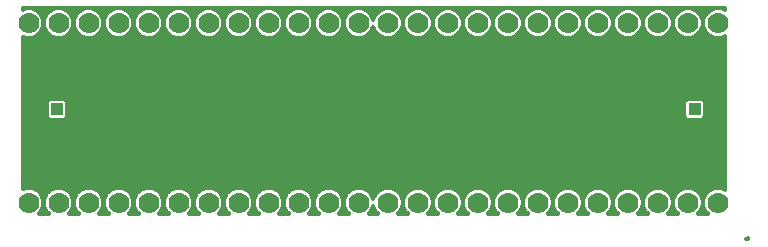
<source format=gbl>
G75*
%MOIN*%
%OFA0B0*%
%FSLAX24Y24*%
%IPPOS*%
%LPD*%
%AMOC8*
5,1,8,0,0,1.08239X$1,22.5*
%
%ADD10C,0.0700*%
%ADD11C,0.0120*%
%ADD12R,0.0396X0.0396*%
D10*
X000999Y001380D03*
X001999Y001380D03*
X002999Y001380D03*
X003999Y001380D03*
X004999Y001380D03*
X005999Y001380D03*
X006999Y001380D03*
X007999Y001380D03*
X008999Y001380D03*
X009999Y001380D03*
X010999Y001380D03*
X011999Y001380D03*
X012967Y001380D03*
X013967Y001380D03*
X014967Y001380D03*
X015967Y001380D03*
X016967Y001380D03*
X017967Y001380D03*
X018967Y001380D03*
X019967Y001380D03*
X020967Y001380D03*
X021967Y001380D03*
X022967Y001380D03*
X023967Y001380D03*
X023967Y007365D03*
X022967Y007365D03*
X021967Y007365D03*
X020967Y007365D03*
X019967Y007365D03*
X018967Y007365D03*
X017967Y007365D03*
X016967Y007365D03*
X015967Y007365D03*
X014967Y007365D03*
X013967Y007365D03*
X012967Y007365D03*
X011999Y007365D03*
X010999Y007365D03*
X009999Y007365D03*
X008999Y007365D03*
X007999Y007365D03*
X006999Y007365D03*
X005999Y007365D03*
X004999Y007365D03*
X003999Y007365D03*
X002999Y007365D03*
X001999Y007365D03*
X000999Y007365D03*
D11*
X001414Y001103D02*
X001325Y001014D01*
X001672Y001014D01*
X001583Y001103D01*
X001509Y001283D01*
X001509Y001478D01*
X001583Y001658D01*
X001721Y001796D01*
X001901Y001870D01*
X002096Y001870D01*
X002276Y001796D01*
X002414Y001658D01*
X002489Y001478D01*
X002489Y001283D01*
X002414Y001103D01*
X002325Y001014D01*
X002672Y001014D01*
X002583Y001103D01*
X002509Y001283D01*
X002509Y001478D01*
X002583Y001658D01*
X002721Y001796D01*
X002901Y001870D01*
X003096Y001870D01*
X003276Y001796D01*
X003414Y001658D01*
X003489Y001478D01*
X003489Y001283D01*
X003414Y001103D01*
X003325Y001014D01*
X003672Y001014D01*
X003583Y001103D01*
X003509Y001283D01*
X003509Y001478D01*
X003583Y001658D01*
X003721Y001796D01*
X003901Y001870D01*
X004096Y001870D01*
X004276Y001796D01*
X004414Y001658D01*
X004489Y001478D01*
X004489Y001283D01*
X004414Y001103D01*
X004325Y001014D01*
X004672Y001014D01*
X004583Y001103D01*
X004509Y001283D01*
X004509Y001478D01*
X004583Y001658D01*
X004721Y001796D01*
X004901Y001870D01*
X005096Y001870D01*
X005276Y001796D01*
X005414Y001658D01*
X005489Y001478D01*
X005489Y001283D01*
X005414Y001103D01*
X005325Y001014D01*
X005672Y001014D01*
X005583Y001103D01*
X005509Y001283D01*
X005509Y001478D01*
X005583Y001658D01*
X005721Y001796D01*
X005901Y001870D01*
X006096Y001870D01*
X006276Y001796D01*
X006414Y001658D01*
X006489Y001478D01*
X006489Y001283D01*
X006414Y001103D01*
X006325Y001014D01*
X006672Y001014D01*
X006583Y001103D01*
X006509Y001283D01*
X006509Y001478D01*
X006583Y001658D01*
X006721Y001796D01*
X006901Y001870D01*
X007096Y001870D01*
X007276Y001796D01*
X007414Y001658D01*
X007489Y001478D01*
X007489Y001283D01*
X007414Y001103D01*
X007325Y001014D01*
X007672Y001014D01*
X007583Y001103D01*
X007509Y001283D01*
X007509Y001478D01*
X007583Y001658D01*
X007721Y001796D01*
X007901Y001870D01*
X008096Y001870D01*
X008276Y001796D01*
X008414Y001658D01*
X008489Y001478D01*
X008489Y001283D01*
X008414Y001103D01*
X008325Y001014D01*
X008672Y001014D01*
X008583Y001103D01*
X008509Y001283D01*
X008509Y001478D01*
X008583Y001658D01*
X008721Y001796D01*
X008901Y001870D01*
X009096Y001870D01*
X009276Y001796D01*
X009414Y001658D01*
X009489Y001478D01*
X009489Y001283D01*
X009414Y001103D01*
X009325Y001014D01*
X009672Y001014D01*
X009583Y001103D01*
X009509Y001283D01*
X009509Y001478D01*
X009583Y001658D01*
X009721Y001796D01*
X009901Y001870D01*
X010096Y001870D01*
X010276Y001796D01*
X010414Y001658D01*
X010489Y001478D01*
X010489Y001283D01*
X010414Y001103D01*
X010325Y001014D01*
X010672Y001014D01*
X010583Y001103D01*
X010509Y001283D01*
X010509Y001478D01*
X010583Y001658D01*
X010721Y001796D01*
X010901Y001870D01*
X011096Y001870D01*
X011276Y001796D01*
X011414Y001658D01*
X011489Y001478D01*
X011489Y001283D01*
X011414Y001103D01*
X011325Y001014D01*
X011672Y001014D01*
X011583Y001103D01*
X011509Y001283D01*
X011509Y001478D01*
X011583Y001658D01*
X011721Y001796D01*
X011901Y001870D01*
X012096Y001870D01*
X012276Y001796D01*
X012414Y001658D01*
X012483Y001492D01*
X012552Y001658D01*
X012690Y001796D01*
X012870Y001870D01*
X013065Y001870D01*
X013245Y001796D01*
X013382Y001658D01*
X013457Y001478D01*
X013457Y001283D01*
X013382Y001103D01*
X013293Y001014D01*
X013641Y001014D01*
X013552Y001103D01*
X013477Y001283D01*
X013477Y001478D01*
X013552Y001658D01*
X013690Y001796D01*
X013870Y001870D01*
X014065Y001870D01*
X014245Y001796D01*
X014382Y001658D01*
X014457Y001478D01*
X014457Y001283D01*
X014382Y001103D01*
X014293Y001014D01*
X014641Y001014D01*
X014552Y001103D01*
X014477Y001283D01*
X014477Y001478D01*
X014552Y001658D01*
X014690Y001796D01*
X014870Y001870D01*
X015065Y001870D01*
X015245Y001796D01*
X015382Y001658D01*
X015457Y001478D01*
X015457Y001283D01*
X015382Y001103D01*
X015293Y001014D01*
X015641Y001014D01*
X015552Y001103D01*
X015477Y001283D01*
X015477Y001478D01*
X015552Y001658D01*
X015690Y001796D01*
X015870Y001870D01*
X016065Y001870D01*
X016245Y001796D01*
X016382Y001658D01*
X016457Y001478D01*
X016457Y001283D01*
X016382Y001103D01*
X016293Y001014D01*
X016641Y001014D01*
X016552Y001103D01*
X016477Y001283D01*
X016477Y001478D01*
X016552Y001658D01*
X016690Y001796D01*
X016870Y001870D01*
X017065Y001870D01*
X017245Y001796D01*
X017382Y001658D01*
X017457Y001478D01*
X017457Y001283D01*
X017382Y001103D01*
X017293Y001014D01*
X017641Y001014D01*
X017552Y001103D01*
X017477Y001283D01*
X017477Y001478D01*
X017552Y001658D01*
X017690Y001796D01*
X017870Y001870D01*
X018065Y001870D01*
X018245Y001796D01*
X018382Y001658D01*
X018457Y001478D01*
X018457Y001283D01*
X018382Y001103D01*
X018293Y001014D01*
X018641Y001014D01*
X018552Y001103D01*
X018477Y001283D01*
X018477Y001478D01*
X018552Y001658D01*
X018690Y001796D01*
X018870Y001870D01*
X019065Y001870D01*
X019245Y001796D01*
X019382Y001658D01*
X019457Y001478D01*
X019457Y001283D01*
X019382Y001103D01*
X019293Y001014D01*
X019641Y001014D01*
X019552Y001103D01*
X019477Y001283D01*
X019477Y001478D01*
X019552Y001658D01*
X019690Y001796D01*
X019870Y001870D01*
X020065Y001870D01*
X020245Y001796D01*
X020382Y001658D01*
X020457Y001478D01*
X020457Y001283D01*
X020382Y001103D01*
X020293Y001014D01*
X020641Y001014D01*
X020552Y001103D01*
X020477Y001283D01*
X020477Y001478D01*
X020552Y001658D01*
X020690Y001796D01*
X020870Y001870D01*
X021065Y001870D01*
X021245Y001796D01*
X021382Y001658D01*
X021457Y001478D01*
X021457Y001283D01*
X021382Y001103D01*
X021293Y001014D01*
X021641Y001014D01*
X021552Y001103D01*
X021477Y001283D01*
X021477Y001478D01*
X021552Y001658D01*
X021690Y001796D01*
X021870Y001870D01*
X022065Y001870D01*
X022245Y001796D01*
X022382Y001658D01*
X022457Y001478D01*
X022457Y001283D01*
X022382Y001103D01*
X022293Y001014D01*
X022641Y001014D01*
X022552Y001103D01*
X022477Y001283D01*
X022477Y001478D01*
X022552Y001658D01*
X022690Y001796D01*
X022870Y001870D01*
X023065Y001870D01*
X023245Y001796D01*
X023382Y001658D01*
X023457Y001478D01*
X023457Y001283D01*
X023382Y001103D01*
X023293Y001014D01*
X023641Y001014D01*
X023552Y001103D01*
X023477Y001283D01*
X023477Y001478D01*
X023552Y001658D01*
X023690Y001796D01*
X023870Y001870D01*
X024065Y001870D01*
X024208Y001811D01*
X024208Y006934D01*
X024065Y006875D01*
X023870Y006875D01*
X023690Y006949D01*
X023552Y007087D01*
X023477Y007267D01*
X023477Y007462D01*
X023552Y007642D01*
X023690Y007780D01*
X023870Y007855D01*
X024065Y007855D01*
X024208Y007795D01*
X024208Y007885D01*
X000817Y007885D01*
X000817Y007820D01*
X000901Y007855D01*
X001096Y007855D01*
X001276Y007780D01*
X001414Y007642D01*
X001489Y007462D01*
X001489Y007267D01*
X001414Y007087D01*
X001276Y006949D01*
X001096Y006875D01*
X000901Y006875D01*
X000817Y006910D01*
X000817Y001836D01*
X000901Y001870D01*
X001096Y001870D01*
X001276Y001796D01*
X001414Y001658D01*
X001489Y001478D01*
X001489Y001283D01*
X001414Y001103D01*
X001432Y001146D02*
X001565Y001146D01*
X001516Y001265D02*
X001481Y001265D01*
X001489Y001383D02*
X001509Y001383D01*
X001518Y001502D02*
X001479Y001502D01*
X001430Y001620D02*
X001568Y001620D01*
X001664Y001739D02*
X001333Y001739D01*
X001128Y001857D02*
X001869Y001857D01*
X002128Y001857D02*
X002869Y001857D01*
X003128Y001857D02*
X003869Y001857D01*
X004128Y001857D02*
X004869Y001857D01*
X005128Y001857D02*
X005869Y001857D01*
X006128Y001857D02*
X006869Y001857D01*
X007128Y001857D02*
X007869Y001857D01*
X008128Y001857D02*
X008869Y001857D01*
X009128Y001857D02*
X009869Y001857D01*
X010128Y001857D02*
X010869Y001857D01*
X011128Y001857D02*
X011869Y001857D01*
X012128Y001857D02*
X012838Y001857D01*
X013097Y001857D02*
X013838Y001857D01*
X014097Y001857D02*
X014838Y001857D01*
X015097Y001857D02*
X015838Y001857D01*
X016097Y001857D02*
X016838Y001857D01*
X017097Y001857D02*
X017838Y001857D01*
X018097Y001857D02*
X018838Y001857D01*
X018632Y001739D02*
X018302Y001739D01*
X018398Y001620D02*
X018536Y001620D01*
X018487Y001502D02*
X018447Y001502D01*
X018457Y001383D02*
X018477Y001383D01*
X018485Y001265D02*
X018450Y001265D01*
X018400Y001146D02*
X018534Y001146D01*
X018627Y001028D02*
X018307Y001028D01*
X017627Y001028D02*
X017307Y001028D01*
X017400Y001146D02*
X017534Y001146D01*
X017485Y001265D02*
X017450Y001265D01*
X017457Y001383D02*
X017477Y001383D01*
X017487Y001502D02*
X017447Y001502D01*
X017398Y001620D02*
X017536Y001620D01*
X017632Y001739D02*
X017302Y001739D01*
X016632Y001739D02*
X016302Y001739D01*
X016398Y001620D02*
X016536Y001620D01*
X016487Y001502D02*
X016447Y001502D01*
X016457Y001383D02*
X016477Y001383D01*
X016485Y001265D02*
X016450Y001265D01*
X016400Y001146D02*
X016534Y001146D01*
X016627Y001028D02*
X016307Y001028D01*
X015627Y001028D02*
X015307Y001028D01*
X015400Y001146D02*
X015534Y001146D01*
X015485Y001265D02*
X015450Y001265D01*
X015457Y001383D02*
X015477Y001383D01*
X015487Y001502D02*
X015447Y001502D01*
X015398Y001620D02*
X015536Y001620D01*
X015632Y001739D02*
X015302Y001739D01*
X014632Y001739D02*
X014302Y001739D01*
X014398Y001620D02*
X014536Y001620D01*
X014487Y001502D02*
X014447Y001502D01*
X014457Y001383D02*
X014477Y001383D01*
X014485Y001265D02*
X014450Y001265D01*
X014400Y001146D02*
X014534Y001146D01*
X014627Y001028D02*
X014307Y001028D01*
X013627Y001028D02*
X013307Y001028D01*
X013400Y001146D02*
X013534Y001146D01*
X013485Y001265D02*
X013450Y001265D01*
X013457Y001383D02*
X013477Y001383D01*
X013487Y001502D02*
X013447Y001502D01*
X013398Y001620D02*
X013536Y001620D01*
X013632Y001739D02*
X013302Y001739D01*
X012632Y001739D02*
X012333Y001739D01*
X012430Y001620D02*
X012536Y001620D01*
X012487Y001502D02*
X012479Y001502D01*
X012483Y001269D02*
X012552Y001103D01*
X012641Y001014D01*
X012325Y001014D01*
X012414Y001103D01*
X012483Y001269D01*
X012481Y001265D02*
X012485Y001265D01*
X012534Y001146D02*
X012432Y001146D01*
X012339Y001028D02*
X012627Y001028D01*
X011658Y001028D02*
X011339Y001028D01*
X011432Y001146D02*
X011565Y001146D01*
X011516Y001265D02*
X011481Y001265D01*
X011489Y001383D02*
X011509Y001383D01*
X011518Y001502D02*
X011479Y001502D01*
X011430Y001620D02*
X011568Y001620D01*
X011664Y001739D02*
X011333Y001739D01*
X010664Y001739D02*
X010333Y001739D01*
X010430Y001620D02*
X010568Y001620D01*
X010518Y001502D02*
X010479Y001502D01*
X010489Y001383D02*
X010509Y001383D01*
X010516Y001265D02*
X010481Y001265D01*
X010432Y001146D02*
X010565Y001146D01*
X010658Y001028D02*
X010339Y001028D01*
X009658Y001028D02*
X009339Y001028D01*
X009432Y001146D02*
X009565Y001146D01*
X009516Y001265D02*
X009481Y001265D01*
X009489Y001383D02*
X009509Y001383D01*
X009518Y001502D02*
X009479Y001502D01*
X009430Y001620D02*
X009568Y001620D01*
X009664Y001739D02*
X009333Y001739D01*
X008664Y001739D02*
X008333Y001739D01*
X008430Y001620D02*
X008568Y001620D01*
X008518Y001502D02*
X008479Y001502D01*
X008489Y001383D02*
X008509Y001383D01*
X008516Y001265D02*
X008481Y001265D01*
X008432Y001146D02*
X008565Y001146D01*
X008658Y001028D02*
X008339Y001028D01*
X007658Y001028D02*
X007339Y001028D01*
X007432Y001146D02*
X007565Y001146D01*
X007516Y001265D02*
X007481Y001265D01*
X007489Y001383D02*
X007509Y001383D01*
X007518Y001502D02*
X007479Y001502D01*
X007430Y001620D02*
X007568Y001620D01*
X007664Y001739D02*
X007333Y001739D01*
X006664Y001739D02*
X006333Y001739D01*
X006430Y001620D02*
X006568Y001620D01*
X006518Y001502D02*
X006479Y001502D01*
X006489Y001383D02*
X006509Y001383D01*
X006516Y001265D02*
X006481Y001265D01*
X006432Y001146D02*
X006565Y001146D01*
X006658Y001028D02*
X006339Y001028D01*
X005658Y001028D02*
X005339Y001028D01*
X005432Y001146D02*
X005565Y001146D01*
X005516Y001265D02*
X005481Y001265D01*
X005489Y001383D02*
X005509Y001383D01*
X005518Y001502D02*
X005479Y001502D01*
X005430Y001620D02*
X005568Y001620D01*
X005664Y001739D02*
X005333Y001739D01*
X004664Y001739D02*
X004333Y001739D01*
X004430Y001620D02*
X004568Y001620D01*
X004518Y001502D02*
X004479Y001502D01*
X004489Y001383D02*
X004509Y001383D01*
X004516Y001265D02*
X004481Y001265D01*
X004432Y001146D02*
X004565Y001146D01*
X004658Y001028D02*
X004339Y001028D01*
X003658Y001028D02*
X003339Y001028D01*
X003432Y001146D02*
X003565Y001146D01*
X003516Y001265D02*
X003481Y001265D01*
X003489Y001383D02*
X003509Y001383D01*
X003518Y001502D02*
X003479Y001502D01*
X003430Y001620D02*
X003568Y001620D01*
X003664Y001739D02*
X003333Y001739D01*
X002664Y001739D02*
X002333Y001739D01*
X002430Y001620D02*
X002568Y001620D01*
X002518Y001502D02*
X002479Y001502D01*
X002489Y001383D02*
X002509Y001383D01*
X002516Y001265D02*
X002481Y001265D01*
X002432Y001146D02*
X002565Y001146D01*
X002658Y001028D02*
X002339Y001028D01*
X001658Y001028D02*
X001339Y001028D01*
X000869Y001857D02*
X000817Y001857D01*
X000817Y001976D02*
X024208Y001976D01*
X024208Y002094D02*
X000817Y002094D01*
X000817Y002213D02*
X024208Y002213D01*
X024208Y002331D02*
X000817Y002331D01*
X000817Y002450D02*
X024208Y002450D01*
X024208Y002568D02*
X000817Y002568D01*
X000817Y002687D02*
X024208Y002687D01*
X024208Y002805D02*
X000817Y002805D01*
X000817Y002924D02*
X024208Y002924D01*
X024208Y003042D02*
X000817Y003042D01*
X000817Y003161D02*
X024208Y003161D01*
X024208Y003279D02*
X000817Y003279D01*
X000817Y003398D02*
X024208Y003398D01*
X024208Y003516D02*
X000817Y003516D01*
X000817Y003635D02*
X024208Y003635D01*
X024208Y003753D02*
X000817Y003753D01*
X000817Y003872D02*
X024208Y003872D01*
X024208Y003990D02*
X000817Y003990D01*
X000817Y004109D02*
X024208Y004109D01*
X024208Y004227D02*
X023522Y004227D01*
X023530Y004235D02*
X023448Y004153D01*
X022935Y004153D01*
X022853Y004235D01*
X022853Y004747D01*
X022935Y004829D01*
X023448Y004829D01*
X023530Y004747D01*
X023530Y004235D01*
X023530Y004346D02*
X024208Y004346D01*
X024208Y004464D02*
X023530Y004464D01*
X023530Y004583D02*
X024208Y004583D01*
X024208Y004701D02*
X023530Y004701D01*
X023457Y004820D02*
X024208Y004820D01*
X024208Y004938D02*
X000817Y004938D01*
X000817Y005057D02*
X024208Y005057D01*
X024208Y005175D02*
X000817Y005175D01*
X000817Y005294D02*
X024208Y005294D01*
X024208Y005412D02*
X000817Y005412D01*
X000817Y005531D02*
X024208Y005531D01*
X024208Y005649D02*
X000817Y005649D01*
X000817Y005768D02*
X024208Y005768D01*
X024208Y005886D02*
X000817Y005886D01*
X000817Y006005D02*
X024208Y006005D01*
X024208Y006123D02*
X000817Y006123D01*
X000817Y006242D02*
X024208Y006242D01*
X024208Y006360D02*
X000817Y006360D01*
X000817Y006479D02*
X024208Y006479D01*
X024208Y006597D02*
X000817Y006597D01*
X000817Y006716D02*
X024208Y006716D01*
X024208Y006834D02*
X000817Y006834D01*
X001280Y006953D02*
X001718Y006953D01*
X001721Y006949D02*
X001901Y006875D01*
X002096Y006875D01*
X002276Y006949D01*
X002414Y007087D01*
X002489Y007267D01*
X002489Y007462D01*
X002414Y007642D01*
X002276Y007780D01*
X002096Y007855D01*
X001901Y007855D01*
X001721Y007780D01*
X001583Y007642D01*
X001509Y007462D01*
X001509Y007267D01*
X001583Y007087D01*
X001721Y006949D01*
X001599Y007071D02*
X001398Y007071D01*
X001456Y007190D02*
X001541Y007190D01*
X001509Y007308D02*
X001489Y007308D01*
X001489Y007427D02*
X001509Y007427D01*
X001543Y007545D02*
X001454Y007545D01*
X001393Y007664D02*
X001605Y007664D01*
X001726Y007782D02*
X001271Y007782D01*
X002271Y007782D02*
X002726Y007782D01*
X002721Y007780D02*
X002583Y007642D01*
X002509Y007462D01*
X002509Y007267D01*
X002583Y007087D01*
X002721Y006949D01*
X002901Y006875D01*
X003096Y006875D01*
X003276Y006949D01*
X003414Y007087D01*
X003489Y007267D01*
X003489Y007462D01*
X003414Y007642D01*
X003276Y007780D01*
X003096Y007855D01*
X002901Y007855D01*
X002721Y007780D01*
X002605Y007664D02*
X002393Y007664D01*
X002454Y007545D02*
X002543Y007545D01*
X002509Y007427D02*
X002489Y007427D01*
X002489Y007308D02*
X002509Y007308D01*
X002541Y007190D02*
X002456Y007190D01*
X002398Y007071D02*
X002599Y007071D01*
X002718Y006953D02*
X002280Y006953D01*
X003280Y006953D02*
X003718Y006953D01*
X003721Y006949D02*
X003901Y006875D01*
X004096Y006875D01*
X004276Y006949D01*
X004414Y007087D01*
X004489Y007267D01*
X004489Y007462D01*
X004414Y007642D01*
X004276Y007780D01*
X004096Y007855D01*
X003901Y007855D01*
X003721Y007780D01*
X003583Y007642D01*
X003509Y007462D01*
X003509Y007267D01*
X003583Y007087D01*
X003721Y006949D01*
X003599Y007071D02*
X003398Y007071D01*
X003456Y007190D02*
X003541Y007190D01*
X003509Y007308D02*
X003489Y007308D01*
X003489Y007427D02*
X003509Y007427D01*
X003543Y007545D02*
X003454Y007545D01*
X003393Y007664D02*
X003605Y007664D01*
X003726Y007782D02*
X003271Y007782D01*
X004271Y007782D02*
X004726Y007782D01*
X004721Y007780D02*
X004583Y007642D01*
X004509Y007462D01*
X004509Y007267D01*
X004583Y007087D01*
X004721Y006949D01*
X004901Y006875D01*
X005096Y006875D01*
X005276Y006949D01*
X005414Y007087D01*
X005489Y007267D01*
X005489Y007462D01*
X005414Y007642D01*
X005276Y007780D01*
X005096Y007855D01*
X004901Y007855D01*
X004721Y007780D01*
X004605Y007664D02*
X004393Y007664D01*
X004454Y007545D02*
X004543Y007545D01*
X004509Y007427D02*
X004489Y007427D01*
X004489Y007308D02*
X004509Y007308D01*
X004541Y007190D02*
X004456Y007190D01*
X004398Y007071D02*
X004599Y007071D01*
X004718Y006953D02*
X004280Y006953D01*
X005280Y006953D02*
X005718Y006953D01*
X005721Y006949D02*
X005901Y006875D01*
X006096Y006875D01*
X006276Y006949D01*
X006414Y007087D01*
X006489Y007267D01*
X006489Y007462D01*
X006414Y007642D01*
X006276Y007780D01*
X006096Y007855D01*
X005901Y007855D01*
X005721Y007780D01*
X005583Y007642D01*
X005509Y007462D01*
X005509Y007267D01*
X005583Y007087D01*
X005721Y006949D01*
X005599Y007071D02*
X005398Y007071D01*
X005456Y007190D02*
X005541Y007190D01*
X005509Y007308D02*
X005489Y007308D01*
X005489Y007427D02*
X005509Y007427D01*
X005543Y007545D02*
X005454Y007545D01*
X005393Y007664D02*
X005605Y007664D01*
X005726Y007782D02*
X005271Y007782D01*
X006271Y007782D02*
X006726Y007782D01*
X006721Y007780D02*
X006583Y007642D01*
X006509Y007462D01*
X006509Y007267D01*
X006583Y007087D01*
X006721Y006949D01*
X006901Y006875D01*
X007096Y006875D01*
X007276Y006949D01*
X007414Y007087D01*
X007489Y007267D01*
X007489Y007462D01*
X007414Y007642D01*
X007276Y007780D01*
X007096Y007855D01*
X006901Y007855D01*
X006721Y007780D01*
X006605Y007664D02*
X006393Y007664D01*
X006454Y007545D02*
X006543Y007545D01*
X006509Y007427D02*
X006489Y007427D01*
X006489Y007308D02*
X006509Y007308D01*
X006541Y007190D02*
X006456Y007190D01*
X006398Y007071D02*
X006599Y007071D01*
X006718Y006953D02*
X006280Y006953D01*
X007280Y006953D02*
X007718Y006953D01*
X007721Y006949D02*
X007901Y006875D01*
X008096Y006875D01*
X008276Y006949D01*
X008414Y007087D01*
X008489Y007267D01*
X008489Y007462D01*
X008414Y007642D01*
X008276Y007780D01*
X008096Y007855D01*
X007901Y007855D01*
X007721Y007780D01*
X007583Y007642D01*
X007509Y007462D01*
X007509Y007267D01*
X007583Y007087D01*
X007721Y006949D01*
X007599Y007071D02*
X007398Y007071D01*
X007456Y007190D02*
X007541Y007190D01*
X007509Y007308D02*
X007489Y007308D01*
X007489Y007427D02*
X007509Y007427D01*
X007543Y007545D02*
X007454Y007545D01*
X007393Y007664D02*
X007605Y007664D01*
X007726Y007782D02*
X007271Y007782D01*
X008271Y007782D02*
X008726Y007782D01*
X008721Y007780D02*
X008583Y007642D01*
X008509Y007462D01*
X008509Y007267D01*
X008583Y007087D01*
X008721Y006949D01*
X008901Y006875D01*
X009096Y006875D01*
X009276Y006949D01*
X009414Y007087D01*
X009489Y007267D01*
X009489Y007462D01*
X009414Y007642D01*
X009276Y007780D01*
X009096Y007855D01*
X008901Y007855D01*
X008721Y007780D01*
X008605Y007664D02*
X008393Y007664D01*
X008454Y007545D02*
X008543Y007545D01*
X008509Y007427D02*
X008489Y007427D01*
X008489Y007308D02*
X008509Y007308D01*
X008541Y007190D02*
X008456Y007190D01*
X008398Y007071D02*
X008599Y007071D01*
X008718Y006953D02*
X008280Y006953D01*
X009280Y006953D02*
X009718Y006953D01*
X009721Y006949D02*
X009901Y006875D01*
X010096Y006875D01*
X010276Y006949D01*
X010414Y007087D01*
X010489Y007267D01*
X010489Y007462D01*
X010414Y007642D01*
X010276Y007780D01*
X010096Y007855D01*
X009901Y007855D01*
X009721Y007780D01*
X009583Y007642D01*
X009509Y007462D01*
X009509Y007267D01*
X009583Y007087D01*
X009721Y006949D01*
X009599Y007071D02*
X009398Y007071D01*
X009456Y007190D02*
X009541Y007190D01*
X009509Y007308D02*
X009489Y007308D01*
X009489Y007427D02*
X009509Y007427D01*
X009543Y007545D02*
X009454Y007545D01*
X009393Y007664D02*
X009605Y007664D01*
X009726Y007782D02*
X009271Y007782D01*
X010271Y007782D02*
X010726Y007782D01*
X010721Y007780D02*
X010583Y007642D01*
X010509Y007462D01*
X010509Y007267D01*
X010583Y007087D01*
X010721Y006949D01*
X010901Y006875D01*
X011096Y006875D01*
X011276Y006949D01*
X011414Y007087D01*
X011489Y007267D01*
X011489Y007462D01*
X011414Y007642D01*
X011276Y007780D01*
X011096Y007855D01*
X010901Y007855D01*
X010721Y007780D01*
X010605Y007664D02*
X010393Y007664D01*
X010454Y007545D02*
X010543Y007545D01*
X010509Y007427D02*
X010489Y007427D01*
X010489Y007308D02*
X010509Y007308D01*
X010541Y007190D02*
X010456Y007190D01*
X010398Y007071D02*
X010599Y007071D01*
X010718Y006953D02*
X010280Y006953D01*
X011280Y006953D02*
X011718Y006953D01*
X011721Y006949D02*
X011901Y006875D01*
X012096Y006875D01*
X012276Y006949D01*
X012414Y007087D01*
X012483Y007253D01*
X012552Y007087D01*
X012690Y006949D01*
X012870Y006875D01*
X013065Y006875D01*
X013245Y006949D01*
X013382Y007087D01*
X013457Y007267D01*
X013457Y007462D01*
X013382Y007642D01*
X013245Y007780D01*
X013065Y007855D01*
X012870Y007855D01*
X012690Y007780D01*
X012552Y007642D01*
X012483Y007476D01*
X012414Y007642D01*
X012276Y007780D01*
X012096Y007855D01*
X011901Y007855D01*
X011721Y007780D01*
X011583Y007642D01*
X011509Y007462D01*
X011509Y007267D01*
X011583Y007087D01*
X011721Y006949D01*
X011599Y007071D02*
X011398Y007071D01*
X011456Y007190D02*
X011541Y007190D01*
X011509Y007308D02*
X011489Y007308D01*
X011489Y007427D02*
X011509Y007427D01*
X011543Y007545D02*
X011454Y007545D01*
X011393Y007664D02*
X011605Y007664D01*
X011726Y007782D02*
X011271Y007782D01*
X012271Y007782D02*
X012695Y007782D01*
X012573Y007664D02*
X012393Y007664D01*
X012454Y007545D02*
X012511Y007545D01*
X013240Y007782D02*
X013695Y007782D01*
X013690Y007780D02*
X013552Y007642D01*
X013477Y007462D01*
X013477Y007267D01*
X013552Y007087D01*
X013690Y006949D01*
X013870Y006875D01*
X014065Y006875D01*
X014245Y006949D01*
X014382Y007087D01*
X014457Y007267D01*
X014457Y007462D01*
X014382Y007642D01*
X014245Y007780D01*
X014065Y007855D01*
X013870Y007855D01*
X013690Y007780D01*
X013573Y007664D02*
X013361Y007664D01*
X013423Y007545D02*
X013511Y007545D01*
X013477Y007427D02*
X013457Y007427D01*
X013457Y007308D02*
X013477Y007308D01*
X013509Y007190D02*
X013425Y007190D01*
X013367Y007071D02*
X013568Y007071D01*
X013686Y006953D02*
X013248Y006953D01*
X012686Y006953D02*
X012280Y006953D01*
X012398Y007071D02*
X012568Y007071D01*
X012509Y007190D02*
X012456Y007190D01*
X014248Y006953D02*
X014686Y006953D01*
X014690Y006949D02*
X014870Y006875D01*
X015065Y006875D01*
X015245Y006949D01*
X015382Y007087D01*
X015457Y007267D01*
X015457Y007462D01*
X015382Y007642D01*
X015245Y007780D01*
X015065Y007855D01*
X014870Y007855D01*
X014690Y007780D01*
X014552Y007642D01*
X014477Y007462D01*
X014477Y007267D01*
X014552Y007087D01*
X014690Y006949D01*
X014568Y007071D02*
X014367Y007071D01*
X014425Y007190D02*
X014509Y007190D01*
X014477Y007308D02*
X014457Y007308D01*
X014457Y007427D02*
X014477Y007427D01*
X014511Y007545D02*
X014423Y007545D01*
X014361Y007664D02*
X014573Y007664D01*
X014695Y007782D02*
X014240Y007782D01*
X015240Y007782D02*
X015695Y007782D01*
X015690Y007780D02*
X015552Y007642D01*
X015477Y007462D01*
X015477Y007267D01*
X015552Y007087D01*
X015690Y006949D01*
X015870Y006875D01*
X016065Y006875D01*
X016245Y006949D01*
X016382Y007087D01*
X016457Y007267D01*
X016457Y007462D01*
X016382Y007642D01*
X016245Y007780D01*
X016065Y007855D01*
X015870Y007855D01*
X015690Y007780D01*
X015573Y007664D02*
X015361Y007664D01*
X015423Y007545D02*
X015511Y007545D01*
X015477Y007427D02*
X015457Y007427D01*
X015457Y007308D02*
X015477Y007308D01*
X015509Y007190D02*
X015425Y007190D01*
X015367Y007071D02*
X015568Y007071D01*
X015686Y006953D02*
X015248Y006953D01*
X016248Y006953D02*
X016686Y006953D01*
X016690Y006949D02*
X016870Y006875D01*
X017065Y006875D01*
X017245Y006949D01*
X017382Y007087D01*
X017457Y007267D01*
X017457Y007462D01*
X017382Y007642D01*
X017245Y007780D01*
X017065Y007855D01*
X016870Y007855D01*
X016690Y007780D01*
X016552Y007642D01*
X016477Y007462D01*
X016477Y007267D01*
X016552Y007087D01*
X016690Y006949D01*
X016568Y007071D02*
X016367Y007071D01*
X016425Y007190D02*
X016509Y007190D01*
X016477Y007308D02*
X016457Y007308D01*
X016457Y007427D02*
X016477Y007427D01*
X016511Y007545D02*
X016423Y007545D01*
X016361Y007664D02*
X016573Y007664D01*
X016695Y007782D02*
X016240Y007782D01*
X017240Y007782D02*
X017695Y007782D01*
X017690Y007780D02*
X017552Y007642D01*
X017477Y007462D01*
X017477Y007267D01*
X017552Y007087D01*
X017690Y006949D01*
X017870Y006875D01*
X018065Y006875D01*
X018245Y006949D01*
X018382Y007087D01*
X018457Y007267D01*
X018457Y007462D01*
X018382Y007642D01*
X018245Y007780D01*
X018065Y007855D01*
X017870Y007855D01*
X017690Y007780D01*
X017573Y007664D02*
X017361Y007664D01*
X017423Y007545D02*
X017511Y007545D01*
X017477Y007427D02*
X017457Y007427D01*
X017457Y007308D02*
X017477Y007308D01*
X017509Y007190D02*
X017425Y007190D01*
X017367Y007071D02*
X017568Y007071D01*
X017686Y006953D02*
X017248Y006953D01*
X018248Y006953D02*
X018686Y006953D01*
X018690Y006949D02*
X018870Y006875D01*
X019065Y006875D01*
X019245Y006949D01*
X019382Y007087D01*
X019457Y007267D01*
X019457Y007462D01*
X019382Y007642D01*
X019245Y007780D01*
X019065Y007855D01*
X018870Y007855D01*
X018690Y007780D01*
X018552Y007642D01*
X018477Y007462D01*
X018477Y007267D01*
X018552Y007087D01*
X018690Y006949D01*
X018568Y007071D02*
X018367Y007071D01*
X018425Y007190D02*
X018509Y007190D01*
X018477Y007308D02*
X018457Y007308D01*
X018457Y007427D02*
X018477Y007427D01*
X018511Y007545D02*
X018423Y007545D01*
X018361Y007664D02*
X018573Y007664D01*
X018695Y007782D02*
X018240Y007782D01*
X019240Y007782D02*
X019695Y007782D01*
X019690Y007780D02*
X019552Y007642D01*
X019477Y007462D01*
X019477Y007267D01*
X019552Y007087D01*
X019690Y006949D01*
X019870Y006875D01*
X020065Y006875D01*
X020245Y006949D01*
X020382Y007087D01*
X020457Y007267D01*
X020457Y007462D01*
X020382Y007642D01*
X020245Y007780D01*
X020065Y007855D01*
X019870Y007855D01*
X019690Y007780D01*
X019573Y007664D02*
X019361Y007664D01*
X019423Y007545D02*
X019511Y007545D01*
X019477Y007427D02*
X019457Y007427D01*
X019457Y007308D02*
X019477Y007308D01*
X019509Y007190D02*
X019425Y007190D01*
X019367Y007071D02*
X019568Y007071D01*
X019686Y006953D02*
X019248Y006953D01*
X020248Y006953D02*
X020686Y006953D01*
X020690Y006949D02*
X020870Y006875D01*
X021065Y006875D01*
X021245Y006949D01*
X021382Y007087D01*
X021457Y007267D01*
X021457Y007462D01*
X021382Y007642D01*
X021245Y007780D01*
X021065Y007855D01*
X020870Y007855D01*
X020690Y007780D01*
X020552Y007642D01*
X020477Y007462D01*
X020477Y007267D01*
X020552Y007087D01*
X020690Y006949D01*
X020568Y007071D02*
X020367Y007071D01*
X020425Y007190D02*
X020509Y007190D01*
X020477Y007308D02*
X020457Y007308D01*
X020457Y007427D02*
X020477Y007427D01*
X020511Y007545D02*
X020423Y007545D01*
X020361Y007664D02*
X020573Y007664D01*
X020695Y007782D02*
X020240Y007782D01*
X021240Y007782D02*
X021695Y007782D01*
X021690Y007780D02*
X021552Y007642D01*
X021477Y007462D01*
X021477Y007267D01*
X021552Y007087D01*
X021690Y006949D01*
X021870Y006875D01*
X022065Y006875D01*
X022245Y006949D01*
X022382Y007087D01*
X022457Y007267D01*
X022457Y007462D01*
X022382Y007642D01*
X022245Y007780D01*
X022065Y007855D01*
X021870Y007855D01*
X021690Y007780D01*
X021573Y007664D02*
X021361Y007664D01*
X021423Y007545D02*
X021511Y007545D01*
X021477Y007427D02*
X021457Y007427D01*
X021457Y007308D02*
X021477Y007308D01*
X021509Y007190D02*
X021425Y007190D01*
X021367Y007071D02*
X021568Y007071D01*
X021686Y006953D02*
X021248Y006953D01*
X022248Y006953D02*
X022686Y006953D01*
X022690Y006949D02*
X022870Y006875D01*
X023065Y006875D01*
X023245Y006949D01*
X023382Y007087D01*
X023457Y007267D01*
X023457Y007462D01*
X023382Y007642D01*
X023245Y007780D01*
X023065Y007855D01*
X022870Y007855D01*
X022690Y007780D01*
X022552Y007642D01*
X022477Y007462D01*
X022477Y007267D01*
X022552Y007087D01*
X022690Y006949D01*
X022568Y007071D02*
X022367Y007071D01*
X022425Y007190D02*
X022509Y007190D01*
X022477Y007308D02*
X022457Y007308D01*
X022457Y007427D02*
X022477Y007427D01*
X022511Y007545D02*
X022423Y007545D01*
X022361Y007664D02*
X022573Y007664D01*
X022695Y007782D02*
X022240Y007782D01*
X023240Y007782D02*
X023695Y007782D01*
X023573Y007664D02*
X023361Y007664D01*
X023423Y007545D02*
X023511Y007545D01*
X023477Y007427D02*
X023457Y007427D01*
X023457Y007308D02*
X023477Y007308D01*
X023509Y007190D02*
X023425Y007190D01*
X023367Y007071D02*
X023568Y007071D01*
X023686Y006953D02*
X023248Y006953D01*
X022926Y004820D02*
X002197Y004820D01*
X002188Y004829D02*
X001676Y004829D01*
X001594Y004747D01*
X001594Y004235D01*
X001676Y004153D01*
X002188Y004153D01*
X002270Y004235D01*
X002270Y004747D01*
X002188Y004829D01*
X002270Y004701D02*
X022853Y004701D01*
X022853Y004583D02*
X002270Y004583D01*
X002270Y004464D02*
X022853Y004464D01*
X022853Y004346D02*
X002270Y004346D01*
X002262Y004227D02*
X022861Y004227D01*
X022838Y001857D02*
X022097Y001857D01*
X021838Y001857D02*
X021097Y001857D01*
X020838Y001857D02*
X020097Y001857D01*
X019838Y001857D02*
X019097Y001857D01*
X019302Y001739D02*
X019632Y001739D01*
X019536Y001620D02*
X019398Y001620D01*
X019447Y001502D02*
X019487Y001502D01*
X019477Y001383D02*
X019457Y001383D01*
X019450Y001265D02*
X019485Y001265D01*
X019534Y001146D02*
X019400Y001146D01*
X019307Y001028D02*
X019627Y001028D01*
X020307Y001028D02*
X020627Y001028D01*
X020534Y001146D02*
X020400Y001146D01*
X020450Y001265D02*
X020485Y001265D01*
X020477Y001383D02*
X020457Y001383D01*
X020447Y001502D02*
X020487Y001502D01*
X020536Y001620D02*
X020398Y001620D01*
X020302Y001739D02*
X020632Y001739D01*
X021302Y001739D02*
X021632Y001739D01*
X021536Y001620D02*
X021398Y001620D01*
X021447Y001502D02*
X021487Y001502D01*
X021477Y001383D02*
X021457Y001383D01*
X021450Y001265D02*
X021485Y001265D01*
X021534Y001146D02*
X021400Y001146D01*
X021307Y001028D02*
X021627Y001028D01*
X022307Y001028D02*
X022627Y001028D01*
X022534Y001146D02*
X022400Y001146D01*
X022450Y001265D02*
X022485Y001265D01*
X022477Y001383D02*
X022457Y001383D01*
X022447Y001502D02*
X022487Y001502D01*
X022536Y001620D02*
X022398Y001620D01*
X022302Y001739D02*
X022632Y001739D01*
X023097Y001857D02*
X023838Y001857D01*
X024097Y001857D02*
X024208Y001857D01*
X023632Y001739D02*
X023302Y001739D01*
X023398Y001620D02*
X023536Y001620D01*
X023487Y001502D02*
X023447Y001502D01*
X023457Y001383D02*
X023477Y001383D01*
X023485Y001265D02*
X023450Y001265D01*
X023400Y001146D02*
X023534Y001146D01*
X023627Y001028D02*
X023307Y001028D01*
X024928Y000164D02*
X024963Y000198D01*
X024963Y000198D01*
X024963Y000160D01*
X024919Y000160D01*
X024928Y000164D01*
X001601Y004227D02*
X000817Y004227D01*
X000817Y004346D02*
X001594Y004346D01*
X001594Y004464D02*
X000817Y004464D01*
X000817Y004583D02*
X001594Y004583D01*
X001594Y004701D02*
X000817Y004701D01*
X000817Y004820D02*
X001666Y004820D01*
D12*
X001932Y004491D03*
X023191Y004491D03*
M02*

</source>
